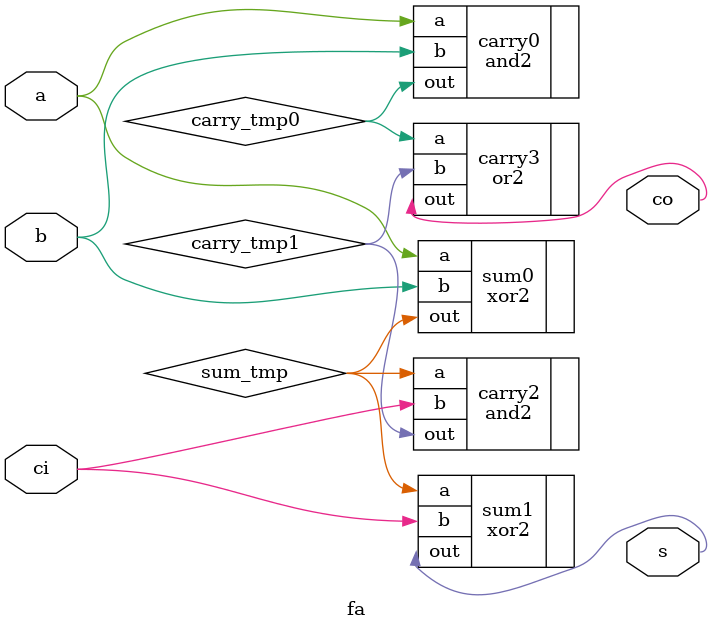
<source format=v>
module fa(a, b, ci, s, co);

input a, b, ci;
output s, co;

wire sum_tmp, carry_tmp0, carry_tmp1;

xor2 sum0(.a(a), .b(b), .out(sum_tmp));
and2 carry0(.a(a), .b(b), .out(carry_tmp0));

xor2 sum1(.a(sum_tmp), .b(ci), .out(s));
and2 carry2(.a(sum_tmp), .b(ci), .out(carry_tmp1));

or2 carry3(.a(carry_tmp0), .b(carry_tmp1), .out(co));

endmodule

</source>
